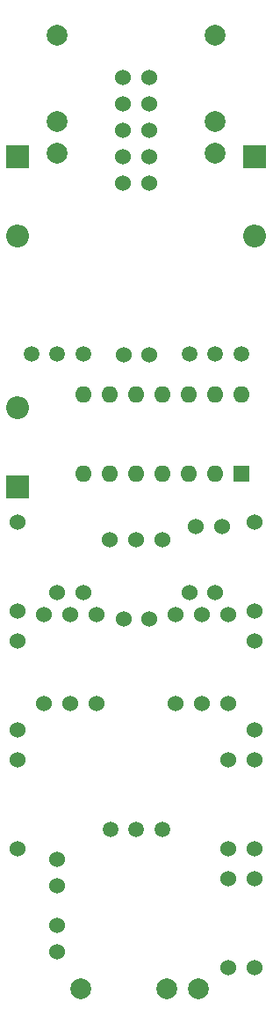
<source format=gbr>
%TF.GenerationSoftware,KiCad,Pcbnew,(6.0.8)*%
%TF.CreationDate,2022-10-19T13:46:58+01:00*%
%TF.ProjectId,kompari,6b6f6d70-6172-4692-9e6b-696361645f70,rev?*%
%TF.SameCoordinates,Original*%
%TF.FileFunction,Soldermask,Top*%
%TF.FilePolarity,Negative*%
%FSLAX46Y46*%
G04 Gerber Fmt 4.6, Leading zero omitted, Abs format (unit mm)*
G04 Created by KiCad (PCBNEW (6.0.8)) date 2022-10-19 13:46:58*
%MOMM*%
%LPD*%
G01*
G04 APERTURE LIST*
%ADD10C,2.000000*%
%ADD11C,1.524000*%
%ADD12C,1.500000*%
%ADD13O,2.200000X2.200000*%
%ADD14R,2.200000X2.200000*%
%ADD15R,1.600000X1.600000*%
%ADD16O,1.600000X1.600000*%
G04 APERTURE END LIST*
D10*
%TO.C,J1*%
X7620000Y-13620000D03*
X7620000Y-10520000D03*
X7620000Y-2220000D03*
%TD*%
D11*
%TO.C,SW1*%
X17780000Y-50800000D03*
X15240000Y-50800000D03*
X12700000Y-50800000D03*
%TD*%
%TO.C,LED3*%
X20340000Y-55880000D03*
X22840000Y-55880000D03*
%TD*%
%TO.C,LED1*%
X13990000Y-58420000D03*
X16490000Y-58420000D03*
%TD*%
D10*
%TO.C,J2*%
X22860000Y-13620000D03*
X22860000Y-10520000D03*
X22860000Y-2220000D03*
%TD*%
D12*
%TO.C,P2*%
X20360000Y-32900000D03*
X22860000Y-32900000D03*
X25360000Y-32900000D03*
%TD*%
D11*
%TO.C,LED2*%
X7620000Y-55880000D03*
X10120000Y-55880000D03*
%TD*%
D10*
%TO.C,J4*%
X21240000Y-93980000D03*
X18140000Y-93980000D03*
X9840000Y-93980000D03*
%TD*%
D12*
%TO.C,P1*%
X5120000Y-32900000D03*
X7620000Y-32900000D03*
X10120000Y-32900000D03*
%TD*%
%TO.C,P3*%
X12740000Y-78620000D03*
X15240000Y-78620000D03*
X17740000Y-78620000D03*
%TD*%
D11*
%TO.C,C1*%
X7620000Y-87884000D03*
X7620000Y-90384000D03*
%TD*%
%TO.C,R11*%
X3810000Y-80450000D03*
X3810000Y-71950000D03*
%TD*%
%TO.C,R10*%
X21590000Y-57980000D03*
X21590000Y-66480000D03*
%TD*%
%TO.C,R12*%
X24130000Y-57980000D03*
X24130000Y-66480000D03*
%TD*%
%TO.C,C4*%
X16510000Y-33020000D03*
X14010000Y-33020000D03*
%TD*%
%TO.C,R8*%
X26670000Y-83380000D03*
X26670000Y-91880000D03*
%TD*%
%TO.C,C3*%
X20975000Y-49530000D03*
X23475000Y-49530000D03*
%TD*%
%TO.C,R6*%
X26670000Y-71950000D03*
X26670000Y-80450000D03*
%TD*%
D13*
%TO.C,D3*%
X3810000Y-38100000D03*
D14*
X3810000Y-45720000D03*
%TD*%
D11*
%TO.C,R3*%
X3810000Y-57590000D03*
X3810000Y-49090000D03*
%TD*%
%TO.C,R4*%
X26670000Y-60520000D03*
X26670000Y-69020000D03*
%TD*%
%TO.C,R9*%
X11430000Y-57980000D03*
X11430000Y-66480000D03*
%TD*%
%TO.C,R5*%
X24130000Y-71950000D03*
X24130000Y-80450000D03*
%TD*%
%TO.C,R2*%
X26670000Y-49090000D03*
X26670000Y-57590000D03*
%TD*%
%TO.C,R14*%
X19050000Y-57980000D03*
X19050000Y-66480000D03*
%TD*%
%TO.C,J3*%
X13970000Y-16510000D03*
X16510000Y-16510000D03*
X13970000Y-13970000D03*
X16510000Y-13970000D03*
X13970000Y-11430000D03*
X16510000Y-11430000D03*
X13970000Y-8890000D03*
X16510000Y-8890000D03*
X13970000Y-6350000D03*
X16510000Y-6350000D03*
%TD*%
%TO.C,R1*%
X3810000Y-69020000D03*
X3810000Y-60520000D03*
%TD*%
D13*
%TO.C,D1*%
X3810000Y-21590000D03*
D14*
X3810000Y-13970000D03*
%TD*%
D11*
%TO.C,C2*%
X7620000Y-84034000D03*
X7620000Y-81534000D03*
%TD*%
%TO.C,R15*%
X8890000Y-57980000D03*
X8890000Y-66480000D03*
%TD*%
D15*
%TO.C,U1*%
X25380000Y-44440000D03*
D16*
X22840000Y-44440000D03*
X20300000Y-44440000D03*
X17760000Y-44440000D03*
X15220000Y-44440000D03*
X12680000Y-44440000D03*
X10140000Y-44440000D03*
X10140000Y-36820000D03*
X12680000Y-36820000D03*
X15220000Y-36820000D03*
X17760000Y-36820000D03*
X20300000Y-36820000D03*
X22840000Y-36820000D03*
X25380000Y-36820000D03*
%TD*%
D14*
%TO.C,D2*%
X26670000Y-13970000D03*
D13*
X26670000Y-21590000D03*
%TD*%
D11*
%TO.C,R13*%
X6350000Y-66480000D03*
X6350000Y-57980000D03*
%TD*%
%TO.C,R7*%
X24130000Y-83380000D03*
X24130000Y-91880000D03*
%TD*%
M02*

</source>
